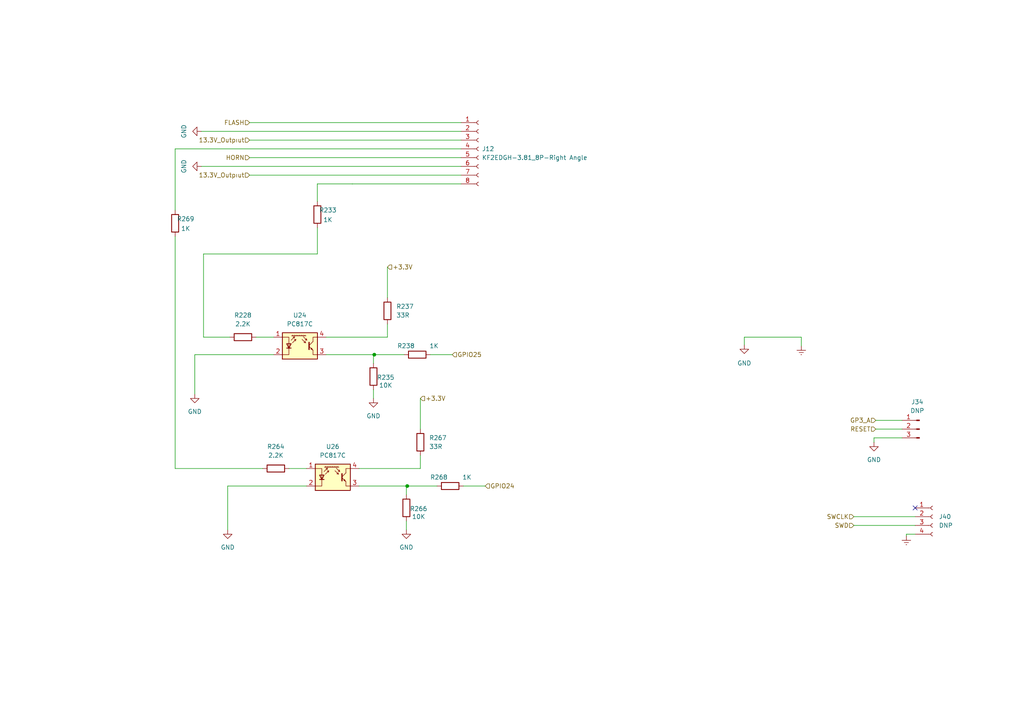
<source format=kicad_sch>
(kicad_sch (version 20231120) (generator "eeschema") (generator_version "8.0")
  (paper "A4")
  (lib_symbols
    (symbol "Connector:Conn_01x03_Pin" (pin_names (offset 1.016) hide)
      (property "Reference" "J" (at 0 5.08 0))
      (property "Value" "Conn_01x03_Pin" (at 0 -5.08 0))
      (symbol "Conn_01x03_Pin_1_1"
        (polyline (pts (xy 1.27 -2.54) (xy 0.8636 -2.54)) (stroke (width 0.1524)))
        (polyline (pts (xy 1.27 0) (xy 0.8636 0)) (stroke (width 0.1524)))
        (polyline (pts (xy 1.27 2.54) (xy 0.8636 2.54)) (stroke (width 0.1524)))
        (rectangle (start 0.8636 -2.413) (end 0 -2.667) (stroke (width 0.1524)) (fill (type outline)))
        (rectangle (start 0.8636 0.127) (end 0 -0.127) (stroke (width 0.1524)) (fill (type outline)))
        (rectangle (start 0.8636 2.667) (end 0 2.413) (stroke (width 0.1524)) (fill (type outline)))
        (pin passive line (at 5.08 2.54 180) (length 3.81) (name "Pin_1") (number "1"))
        (pin passive line (at 5.08 0 180) (length 3.81) (name "Pin_2") (number "2"))
        (pin passive line (at 5.08 -2.54 180) (length 3.81) (name "Pin_3") (number "3"))
      )
    )
    (symbol "Connector:Conn_01x04_Socket" (pin_names (offset 1.016) hide)
      (property "Reference" "J" (at 0 5.08 0))
      (property "Value" "Conn_01x04_Socket" (at 0 -7.62 0))
      (symbol "Conn_01x04_Socket_1_1"
        (arc (start 0 -4.572) (mid -0.5058 -5.08) (end 0 -5.588) (stroke (width 0.1524)))
        (arc (start 0 -2.032) (mid -0.5058 -2.54) (end 0 -3.048) (stroke (width 0.1524)))
        (polyline (pts (xy -1.27 -5.08) (xy -0.508 -5.08)) (stroke (width 0.1524)))
        (polyline (pts (xy -1.27 -2.54) (xy -0.508 -2.54)) (stroke (width 0.1524)))
        (polyline (pts (xy -1.27 0) (xy -0.508 0)) (stroke (width 0.1524)))
        (polyline (pts (xy -1.27 2.54) (xy -0.508 2.54)) (stroke (width 0.1524)))
        (arc (start 0 0.508) (mid -0.5058 0) (end 0 -0.508) (stroke (width 0.1524)))
        (arc (start 0 3.048) (mid -0.5058 2.54) (end 0 2.032) (stroke (width 0.1524)))
        (pin passive line (at -5.08 2.54 0) (length 3.81) (name "Pin_1") (number "1"))
        (pin passive line (at -5.08 0 0) (length 3.81) (name "Pin_2") (number "2"))
        (pin passive line (at -5.08 -2.54 0) (length 3.81) (name "Pin_3") (number "3"))
        (pin passive line (at -5.08 -5.08 0) (length 3.81) (name "Pin_4") (number "4"))
      )
    )
    (symbol "Connector:Conn_01x08_Socket" (pin_names (offset 1.016) hide)
      (property "Reference" "J" (at 0 10.16 0))
      (property "Value" "Conn_01x08_Socket" (at 0 -12.7 0))
      (symbol "Conn_01x08_Socket_1_1"
        (arc (start 0 -9.652) (mid -0.5058 -10.16) (end 0 -10.668) (stroke (width 0.1524)))
        (arc (start 0 -7.112) (mid -0.5058 -7.62) (end 0 -8.128) (stroke (width 0.1524)))
        (arc (start 0 -4.572) (mid -0.5058 -5.08) (end 0 -5.588) (stroke (width 0.1524)))
        (arc (start 0 -2.032) (mid -0.5058 -2.54) (end 0 -3.048) (stroke (width 0.1524)))
        (polyline (pts (xy -1.27 -10.16) (xy -0.508 -10.16)) (stroke (width 0.1524)))
        (polyline (pts (xy -1.27 -7.62) (xy -0.508 -7.62)) (stroke (width 0.1524)))
        (polyline (pts (xy -1.27 -5.08) (xy -0.508 -5.08)) (stroke (width 0.1524)))
        (polyline (pts (xy -1.27 -2.54) (xy -0.508 -2.54)) (stroke (width 0.1524)))
        (polyline (pts (xy -1.27 0) (xy -0.508 0)) (stroke (width 0.1524)))
        (polyline (pts (xy -1.27 2.54) (xy -0.508 2.54)) (stroke (width 0.1524)))
        (polyline (pts (xy -1.27 5.08) (xy -0.508 5.08)) (stroke (width 0.1524)))
        (polyline (pts (xy -1.27 7.62) (xy -0.508 7.62)) (stroke (width 0.1524)))
        (arc (start 0 0.508) (mid -0.5058 0) (end 0 -0.508) (stroke (width 0.1524)))
        (arc (start 0 3.048) (mid -0.5058 2.54) (end 0 2.032) (stroke (width 0.1524)))
        (arc (start 0 5.588) (mid -0.5058 5.08) (end 0 4.572) (stroke (width 0.1524)))
        (arc (start 0 8.128) (mid -0.5058 7.62) (end 0 7.112) (stroke (width 0.1524)))
        (pin passive line (at -5.08 7.62 0) (length 3.81) (name "Pin_1") (number "1"))
        (pin passive line (at -5.08 5.08 0) (length 3.81) (name "Pin_2") (number "2"))
        (pin passive line (at -5.08 2.54 0) (length 3.81) (name "Pin_3") (number "3"))
        (pin passive line (at -5.08 0 0) (length 3.81) (name "Pin_4") (number "4"))
        (pin passive line (at -5.08 -2.54 0) (length 3.81) (name "Pin_5") (number "5"))
        (pin passive line (at -5.08 -5.08 0) (length 3.81) (name "Pin_6") (number "6"))
        (pin passive line (at -5.08 -7.62 0) (length 3.81) (name "Pin_7") (number "7"))
        (pin passive line (at -5.08 -10.16 0) (length 3.81) (name "Pin_8") (number "8"))
      )
    )
    (symbol "Device:R" (pin_numbers hide) (pin_names (offset 0))
      (property "Reference" "R" (at 2.032 0 90))
      (property "Value" "R" (at 0 0 90))
      (symbol "R_0_1"
        (rectangle (start -1.016 -2.54) (end 1.016 2.54) (stroke (width 0.254)))
      )
      (symbol "R_1_1"
        (pin passive line (at 0 3.81 270) (length 1.27) (name "~") (number "1"))
        (pin passive line (at 0 -3.81 90) (length 1.27) (name "~") (number "2"))
      )
    )
    (symbol "Sensor_Proximity:SFH9201" (pin_names (offset 0.0254) hide)
      (property "Reference" "U?" (at 0 8.89 0))
      (property "Value" "SFH9201" (at 0 6.35 0))
      (symbol "SFH9201_0_1"
        (polyline (pts (xy -3.81 -0.635) (xy -2.54 -0.635)) (stroke (width 0.254)))
        (polyline (pts (xy -2.286 2.921) (xy -2.032 3.175)))
        (polyline (pts (xy -1.778 2.921) (xy -1.524 3.175)))
        (polyline (pts (xy -1.524 2.667) (xy -1.651 2.159)))
        (polyline (pts (xy -1.27 2.921) (xy -1.016 3.175)))
        (polyline (pts (xy -1.143 1.905) (xy -1.27 1.397)))
        (polyline (pts (xy -0.762 2.921) (xy -0.508 3.175)))
        (polyline (pts (xy -0.254 2.921) (xy 0 3.175)))
        (polyline (pts (xy 0.254 2.921) (xy 0.508 3.175)))
        (polyline (pts (xy 0.762 2.921) (xy 1.016 3.175)))
        (polyline (pts (xy 1.27 2.921) (xy 1.524 3.175)))
        (polyline (pts (xy 1.651 0.889) (xy 1.143 1.016)))
        (polyline (pts (xy 1.778 2.921) (xy -2.413 2.921)))
        (polyline (pts (xy 2.032 1.651) (xy 1.524 1.778)))
        (polyline (pts (xy 2.667 -0.127) (xy 3.81 -1.27)))
        (polyline (pts (xy 2.667 0.127) (xy 3.81 1.27)))
        (polyline (pts (xy -2.54 1.651) (xy -1.524 2.667) (xy -2.032 2.54)))
        (polyline (pts (xy -2.159 0.889) (xy -1.143 1.905) (xy -1.651 1.778)))
        (polyline (pts (xy 0.635 1.905) (xy 1.651 0.889) (xy 1.524 1.397)))
        (polyline (pts (xy 1.016 2.667) (xy 2.032 1.651) (xy 1.905 2.159)))
        (polyline (pts (xy 2.667 1.016) (xy 2.667 -1.016) (xy 2.667 -1.016)) (stroke (width 0.3556)))
        (polyline (pts (xy 3.81 -1.27) (xy 3.81 -2.54) (xy 5.08 -2.54)))
        (polyline (pts (xy 3.81 1.27) (xy 3.81 2.54) (xy 5.08 2.54)))
        (polyline (pts (xy -5.08 -2.54) (xy -3.175 -2.54) (xy -3.175 2.54) (xy -5.08 2.54)))
        (polyline (pts (xy -3.175 -0.635) (xy -3.81 0.635) (xy -2.54 0.635) (xy -3.175 -0.635)) (stroke (width 0.254)))
        (polyline (pts (xy 3.683 -1.143) (xy 3.429 -0.635) (xy 3.175 -0.889) (xy 3.683 -1.143)))
        (polyline (pts (xy -5.08 -3.81) (xy 5.08 -3.81) (xy 5.08 3.81) (xy -5.08 3.81) (xy -5.08 -3.81)) (stroke (width 0.254)) (fill (type background)))
      )
      (symbol "SFH9201_1_1"
        (pin passive line (at -7.62 2.54 0) (length 2.54) (name "A") (number "1"))
        (pin passive line (at -7.62 -2.54 0) (length 2.54) (name "K") (number "2"))
        (pin open_emitter line (at 7.62 -2.54 180) (length 2.54) (name "E") (number "3"))
        (pin open_collector line (at 7.62 2.54 180) (length 2.54) (name "C") (number "4"))
      )
    )
    (symbol "power:Earth" (power) (pin_names (offset 0))
      (symbol "Earth_0_1"
        (polyline (pts (xy -0.635 -1.905) (xy 0.635 -1.905)))
        (polyline (pts (xy -0.127 -2.54) (xy 0.127 -2.54)))
        (polyline (pts (xy 0 -1.27) (xy 0 0)))
        (polyline (pts (xy 1.27 -1.27) (xy -1.27 -1.27)))
      )
      (symbol "Earth_1_1"
        (pin power_in line (at 0 0 270) (length 0) hide (name "Earth") (number "1"))
      )
    )
    (symbol "power:GND" (power) (pin_names (offset 0))
      (property "Value" "GND" (at 0 -3.81 0))
      (symbol "GND_0_1"
        (polyline (pts (xy 0 0) (xy 0 -1.27) (xy 1.27 -1.27) (xy 0 -2.54) (xy -1.27 -1.27) (xy 0 -1.27)))
      )
      (symbol "GND_1_1"
        (pin power_in line (at 0 0 270) (length 0) hide (name "GND") (number "1"))
      )
    )
  )
  (junction (at 118.11 140.971))
  (junction (at 108.5627 102.87))
  (no_connect (at 265.43 147.32))
  (wire (pts (xy 74.2727 97.789) (xy 79.3527 97.789)))
  (wire (pts (xy 108.3183 102.87) (xy 108.5627 102.87)))
  (wire (pts (xy 72.39 40.64) (xy 133.7183 40.64)))
  (wire (pts (xy 83.82 135.89) (xy 88.9 135.89)))
  (wire (pts (xy 118.11 140.971) (xy 126.7556 140.971)))
  (wire (pts (xy 56.4927 102.869) (xy 79.3527 102.869)))
  (wire (pts (xy 66.04 140.97) (xy 88.9 140.97)))
  (wire (pts (xy 102.2127 53.339) (xy 102.2127 53.34)))
  (wire (pts (xy 58.42 38.1) (xy 133.7183 38.1)))
  (wire (pts (xy 117.8656 140.971) (xy 117.8656 143.5026)))
  (wire (pts (xy 104.14 135.89) (xy 121.92 135.89)))
  (wire (pts (xy 72.39 45.72) (xy 133.7183 45.72)))
  (wire (pts (xy 232.41 97.79) (xy 232.41 100.33)))
  (wire (pts (xy 112.3727 93.979) (xy 112.3727 97.789)))
  (wire (pts (xy 50.8 43.18) (xy 133.7183 43.18)))
  (wire (pts (xy 50.8 135.89) (xy 76.2 135.89)))
  (wire (pts (xy 262.89 154.94) (xy 262.89 155.448)))
  (wire (pts (xy 72.39 35.56) (xy 133.7183 35.56)))
  (wire (pts (xy 104.14 140.97) (xy 118.11 140.97)))
  (wire (pts (xy 102.2127 53.34) (xy 133.7183 53.34)))
  (wire (pts (xy 66.04 140.97) (xy 66.04 153.67)))
  (wire (pts (xy 92.0527 66.039) (xy 92.0527 73.659)))
  (wire (pts (xy 253.492 127) (xy 253.492 128.27)))
  (wire (pts (xy 247.65 152.4) (xy 265.43 152.4)))
  (wire (pts (xy 121.92 115.57) (xy 121.92 124.46)))
  (wire (pts (xy 118.11 140.97) (xy 118.11 140.971)))
  (wire (pts (xy 134.3756 140.971) (xy 140.7256 140.971)))
  (wire (pts (xy 117.8656 151.1226) (xy 117.8656 153.671)))
  (wire (pts (xy 108.5627 102.87) (xy 117.2083 102.87)))
  (wire (pts (xy 92.0363 53.339) (xy 102.2127 53.339)))
  (wire (pts (xy 232.41 97.79) (xy 215.8794 97.79)))
  (wire (pts (xy 265.43 154.94) (xy 262.89 154.94)))
  (wire (pts (xy 108.5627 102.869) (xy 108.5627 102.87)))
  (wire (pts (xy 117.8656 140.971) (xy 118.11 140.971)))
  (wire (pts (xy 247.65 149.86) (xy 265.43 149.86)))
  (wire (pts (xy 254 121.92) (xy 261.62 121.92)))
  (wire (pts (xy 59.0327 73.659) (xy 59.0327 97.789)))
  (wire (pts (xy 59.0327 97.789) (xy 66.6527 97.789)))
  (wire (pts (xy 108.3183 102.87) (xy 108.3183 105.4016)))
  (wire (pts (xy 92.0527 73.659) (xy 59.0327 73.659)))
  (wire (pts (xy 58.42 48.26) (xy 133.7183 48.26)))
  (wire (pts (xy 94.5927 102.869) (xy 108.5627 102.869)))
  (wire (pts (xy 94.5927 97.789) (xy 112.3727 97.789)))
  (wire (pts (xy 215.8794 97.79) (xy 215.8794 100.0068)))
  (wire (pts (xy 50.8 43.18) (xy 50.8 60.96)))
  (wire (pts (xy 124.8283 102.87) (xy 131.1783 102.87)))
  (wire (pts (xy 50.8 68.58) (xy 50.8 135.89)))
  (wire (pts (xy 72.39 50.8) (xy 133.7183 50.8)))
  (wire (pts (xy 261.62 127) (xy 253.492 127)))
  (wire (pts (xy 92.0363 58.419) (xy 92.0527 58.419)))
  (wire (pts (xy 254 124.46) (xy 261.62 124.46)))
  (wire (pts (xy 121.92 132.08) (xy 121.92 135.89)))
  (wire (pts (xy 108.3183 113.0216) (xy 108.3183 115.57)))
  (wire (pts (xy 92.0363 53.339) (xy 92.0363 58.419)))
  (wire (pts (xy 56.4927 102.869) (xy 56.4927 114.299)))
  (wire (pts (xy 112.3727 77.469) (xy 112.3727 86.359)))
  (hierarchical_label "GP3_A" (shape input) (at 254 121.92 180))
  (hierarchical_label "RESET" (shape input) (at 254 124.46 180))
  (hierarchical_label "GPIO25" (shape input) (at 131.1783 102.87 0))
  (hierarchical_label "SWCLK" (shape input) (at 247.65 149.86 180))
  (hierarchical_label "+3.3V" (shape input) (at 112.3727 77.469 0))
  (hierarchical_label "HORN" (shape input) (at 72.39 45.72 180))
  (hierarchical_label "+3.3V" (shape input) (at 121.92 115.57 0))
  (hierarchical_label "SWD" (shape input) (at 247.65 152.4 180))
  (hierarchical_label "13.3V_Outpıut" (shape input) (at 72.39 50.8 180))
  (hierarchical_label "FLASH" (shape input) (at 72.39 35.56 180))
  (hierarchical_label "13.3V_Outpıut" (shape input) (at 72.39 40.64 180))
  (hierarchical_label "GPIO24" (shape input) (at 140.7256 140.971 0))
  (symbol (lib_id "Device:R") (at 121.0183 102.87 90) (unit 1)
    (property "Reference" "R238" (at 117.7598 100.331 90))
    (property "Value" "1K" (at 125.8878 100.331 90))
    (property "Footprint" "Resistor_SMD:R_0603_1608Metric" (effects (hide yes)))
    (property "Description" "Resistor" (effects (hide yes)))
    (property "MPN" "0603WAF1001T5E" (effects (hide yes)))
    (instances (project "Movita_3566_XV_Router_V3.2" (path "" (reference "R238") (unit 1))) (project "LM1117" (path "" (reference "R?") (unit 1)) (path "" (reference "R?") (unit 1)) (path "" (reference "R?") (unit 1))) (project "IO_Board" (path "" (reference "R3") (unit 1))))
  )
  (symbol (lib_id "power:GND") (at 108.3183 115.57 0) (unit 1)
    (property "Reference" "#PWR045" (effects (hide yes)))
    (property "Value" "GND" (at 108.3183 120.65 0))
    (property "Description" "Power symbol creates a global label with name \"GND\" , ground" (effects (hide yes)))
    (instances (project "Movita_3566_XV_Router_V3.2" (path "" (reference "#PWR045") (unit 1))) (project "LM1117" (path "" (reference "#PWR05") (unit 1)) (path "" (reference "#PWR014") (unit 1)) (path "" (reference "#PWR019") (unit 1))) (project "IO_Board" (path "" (reference "#PWR020") (unit 1))))
  )
  (symbol (lib_id "Device:R") (at 117.8656 147.3126 180) (unit 1)
    (property "Reference" "R266" (at 121.4216 147.575 0))
    (property "Value" "10K" (at 121.4216 149.861 0))
    (property "Footprint" "Resistor_SMD:R_0603_1608Metric" (effects (hide yes)))
    (property "Description" "Resistor" (effects (hide yes)))
    (property "MPN" "0603WAF1002T5E" (effects (hide yes)))
  )
  (symbol (lib_id "Device:R") (at 70.4627 97.789 90) (unit 1)
    (property "Reference" "R228" (at 70.4627 91.439 90))
    (property "Value" "2.2K" (at 70.4627 93.979 90))
    (property "Footprint" "Resistor_SMD:R_0603_1608Metric" (effects (hide yes)))
    (property "Description" "Resistor" (effects (hide yes)))
    (property "MPN" "0603WAF2201T5E" (effects (hide yes)))
    (instances (project "Movita_3566_XV_Router_V3.2" (path "" (reference "R228") (unit 1))) (project "LM1117" (path "" (reference "R?") (unit 1)) (path "" (reference "R?") (unit 1)) (path "" (reference "R?") (unit 1))) (project "IO_Board" (path "" (reference "R1") (unit 1))))
  )
  (symbol (lib_id "power:GND") (at 56.4927 114.299 0) (unit 1)
    (property "Reference" "#PWR043" (effects (hide yes)))
    (property "Value" "GND" (at 56.4927 119.379 0))
    (property "Description" "Power symbol creates a global label with name \"GND\" , ground" (effects (hide yes)))
    (instances (project "Movita_3566_XV_Router_V3.2" (path "" (reference "#PWR043") (unit 1))) (project "LM1117" (path "" (reference "#PWR05") (unit 1)) (path "" (reference "#PWR012") (unit 1)) (path "" (reference "#PWR017") (unit 1))) (project "IO_Board" (path "" (reference "#PWR017") (unit 1))))
  )
  (symbol (lib_id "Device:R") (at 50.8 64.77 0) (unit 1)
    (property "Reference" "R269" (at 53.848 63.5 0))
    (property "Value" "1K" (at 53.848 66.294 0))
    (property "Footprint" "Resistor_SMD:R_0603_1608Metric" (effects (hide yes)))
    (property "Description" "Resistor" (effects (hide yes)))
    (property "MPN" "0603WAF1001T5E" (effects (hide yes)))
  )
  (symbol (lib_id "power:GND") (at 215.8794 100.0068 0) (mirror y) (unit 1)
    (property "Reference" "#PWR0146" (effects (hide yes)))
    (property "Value" "GND" (at 215.8794 105.3408 0))
    (property "Description" "Power symbol creates a global label with name \"GND\" , ground" (effects (hide yes)))
  )
  (symbol (lib_id "power:GND") (at 58.42 38.1 270) (unit 1)
    (property "Reference" "#PWR044" (effects (hide yes)))
    (property "Value" "GND" (at 53.34 38.1 0))
    (property "Description" "Power symbol creates a global label with name \"GND\" , ground" (effects (hide yes)))
  )
  (symbol (lib_id "Connector:Conn_01x08_Socket") (at 138.7983 43.18 0) (unit 1)
    (property "Reference" "J12" (at 139.767 43.1799 0) (effects (justify left)))
    (property "Value" "KF2EDGH-3.81_8P-Right Angle" (at 139.767 45.7199 0) (effects (justify left)))
    (property "Footprint" "KF2EDGH:KF2EDGH-3.81_8P" (effects (hide yes)))
    (property "Description" "Generic connector, single row, 01x08, script generated" (effects (hide yes)))
    (property "MPN" "15EDGK-3.81 双层 2*4p" (effects (hide yes)))
  )
  (symbol (lib_id "Device:R") (at 92.0527 62.229 0) (unit 1)
    (property "Reference" "R233" (at 95.1007 60.959 0))
    (property "Value" "1K" (at 95.1007 63.753 0))
    (property "Footprint" "Resistor_SMD:R_0603_1608Metric" (effects (hide yes)))
    (property "Description" "Resistor" (effects (hide yes)))
    (property "MPN" "0603WAF1001T5E" (effects (hide yes)))
    (instances (project "Movita_3566_XV_Router_V3.2" (path "" (reference "R233") (unit 1))) (project "LM1117" (path "" (reference "R1") (unit 1)) (path "" (reference "R?") (unit 1))) (project "IO_Board" (path "" (reference "R11") (unit 1))))
  )
  (symbol (lib_id "power:GND") (at 58.42 48.26 270) (unit 1)
    (property "Reference" "#PWR0277" (effects (hide yes)))
    (property "Value" "GND" (at 53.34 48.26 0))
    (property "Description" "Power symbol creates a global label with name \"GND\" , ground" (effects (hide yes)))
  )
  (symbol (lib_id "power:GND") (at 253.492 128.27 0) (unit 1)
    (property "Reference" "#PWR0226" (effects (hide yes)))
    (property "Value" "GND" (at 253.492 133.35 0))
    (property "Description" "Power symbol creates a global label with name \"GND\" , ground" (effects (hide yes)))
  )
  (symbol (lib_id "power:GND") (at 117.8656 153.671 0) (unit 1)
    (property "Reference" "#PWR0231" (effects (hide yes)))
    (property "Value" "GND" (at 117.8656 158.751 0))
    (property "Description" "Power symbol creates a global label with name \"GND\" , ground" (effects (hide yes)))
  )
  (symbol (lib_id "power:GND") (at 66.04 153.67 0) (unit 1)
    (property "Reference" "#PWR0232" (effects (hide yes)))
    (property "Value" "GND" (at 66.04 158.75 0))
    (property "Description" "Power symbol creates a global label with name \"GND\" , ground" (effects (hide yes)))
  )
  (symbol (lib_id "Sensor_Proximity:SFH9201") (at 96.52 138.43 0) (unit 1)
    (property "Reference" "U26" (at 96.52 129.54 0))
    (property "Value" "PC817C" (at 96.52 132.08 0))
    (property "Footprint" "HDMI 2.0 TX:PC817" (effects (hide yes)))
    (property "MPN" "PC817C_4PIN_SMD" (effects (hide yes)))
  )
  (symbol (lib_id "Device:R") (at 80.01 135.89 90) (unit 1)
    (property "Reference" "R264" (at 80.01 129.54 90))
    (property "Value" "2.2K" (at 80.01 132.08 90))
    (property "Footprint" "Resistor_SMD:R_0603_1608Metric" (effects (hide yes)))
    (property "Description" "Resistor" (effects (hide yes)))
    (property "MPN" "0603WAF2201T5E" (effects (hide yes)))
  )
  (symbol (lib_id "Connector:Conn_01x03_Pin") (at 266.7 124.46 0) (mirror y) (unit 1)
    (property "Reference" "J34" (at 266.065 116.586 0))
    (property "Value" "DNP" (at 266.065 119.126 0))
    (property "Footprint" "Connector_PinSocket_2.54mm:PinSocket_1x03_P2.54mm_Vertical_SMD_Pin1Left" (effects (hide yes)))
    (property "Description" "Generic connector, single row, 01x03, script generated" (effects (hide yes)))
    (property "MPN" "1*3p 2.54 贴片排母  " (effects (hide yes)))
  )
  (symbol (lib_id "power:Earth") (at 232.41 100.33 0) (unit 1)
    (property "Reference" "#PWR0162" (effects (hide yes)))
    (property "Value" "Earth" (effects (hide yes)))
    (property "Description" "Power symbol creates a global label with name \"Earth\"" (effects (hide yes)))
  )
  (symbol (lib_id "Sensor_Proximity:SFH9201") (at 86.9727 100.329 0) (unit 1)
    (property "Reference" "U24" (at 86.9727 91.439 0))
    (property "Value" "PC817C" (at 86.9727 93.979 0))
    (property "Footprint" "HDMI 2.0 TX:PC817" (effects (hide yes)))
    (property "MPN" "PC817C_4PIN_SMD" (effects (hide yes)))
    (instances (project "Movita_3566_XV_Router_V3.2" (path "" (reference "U24") (unit 1))) (project "LM1117" (path "" (reference "U?") (unit 1)) (path "" (reference "U?") (unit 1))) (project "IO_Board" (path "" (reference "U1") (unit 1))))
  )
  (symbol (lib_id "Device:R") (at 112.3727 90.169 0) (unit 1)
    (property "Reference" "R237" (at 114.9127 88.8989 0) (effects (justify left)))
    (property "Value" "33R" (at 114.9127 91.4389 0) (effects (justify left)))
    (property "Footprint" "Resistor_SMD:R_0603_1608Metric" (effects (hide yes)))
    (property "Description" "Resistor" (effects (hide yes)))
    (property "MPN" "0603WAF330JT5E" (effects (hide yes)))
    (instances (project "Movita_3566_XV_Router_V3.2" (path "" (reference "R237") (unit 1))) (project "LM1117" (path "" (reference "R?") (unit 1)) (path "" (reference "R?") (unit 1)) (path "" (reference "R?") (unit 1))) (project "IO_Board" (path "" (reference "R3") (unit 1))))
  )
  (symbol (lib_id "Connector:Conn_01x04_Socket") (at 270.51 149.86 0) (unit 1)
    (property "Reference" "J40" (at 272.288 149.8599 0) (effects (justify left)))
    (property "Value" "DNP" (at 272.288 152.3999 0) (effects (justify left)))
    (property "Footprint" "Connector_PinSocket_2.00mm:PinSocket_1x04_P2.00mm_Vertical" (effects (hide yes)))
    (property "Description" "Generic connector, single row, 01x04, script generated" (effects (hide yes)))
  )
  (symbol (lib_id "Device:R") (at 130.5656 140.971 90) (unit 1)
    (property "Reference" "R268" (at 127.3071 138.432 90))
    (property "Value" "1K" (at 135.4351 138.432 90))
    (property "Footprint" "Resistor_SMD:R_0603_1608Metric" (effects (hide yes)))
    (property "Description" "Resistor" (effects (hide yes)))
    (property "MPN" "0603WAF1001T5E" (effects (hide yes)))
  )
  (symbol (lib_id "Device:R") (at 121.92 128.27 0) (unit 1)
    (property "Reference" "R267" (at 124.46 126.9999 0) (effects (justify left)))
    (property "Value" "33R" (at 124.46 129.5399 0) (effects (justify left)))
    (property "Footprint" "Resistor_SMD:R_0603_1608Metric" (effects (hide yes)))
    (property "Description" "Resistor" (effects (hide yes)))
    (property "MPN" "0603WAF330JT5E" (effects (hide yes)))
  )
  (symbol (lib_id "Device:R") (at 108.3183 109.2116 180) (unit 1)
    (property "Reference" "R235" (at 111.8743 109.474 0))
    (property "Value" "10K" (at 111.8743 111.76 0))
    (property "Footprint" "Resistor_SMD:R_0603_1608Metric" (effects (hide yes)))
    (property "Description" "Resistor" (effects (hide yes)))
    (property "MPN" "0603WAF1002T5E" (effects (hide yes)))
    (instances (project "Movita_3566_XV_Router_V3.2" (path "" (reference "R235") (unit 1))) (project "LM1117" (path "" (reference "R?") (unit 1)) (path "" (reference "R?") (unit 1)) (path "" (reference "R?") (unit 1))) (project "IO_Board" (path "" (reference "R3") (unit 1))))
  )
  (symbol (lib_id "power:Earth") (at 262.89 155.448 0) (unit 1)
    (property "Reference" "#PWR0234" (effects (hide yes)))
    (property "Value" "Earth" (effects (hide yes)))
    (property "Description" "Power symbol creates a global label with name \"Earth\"" (effects (hide yes)))
  )
)
</source>
